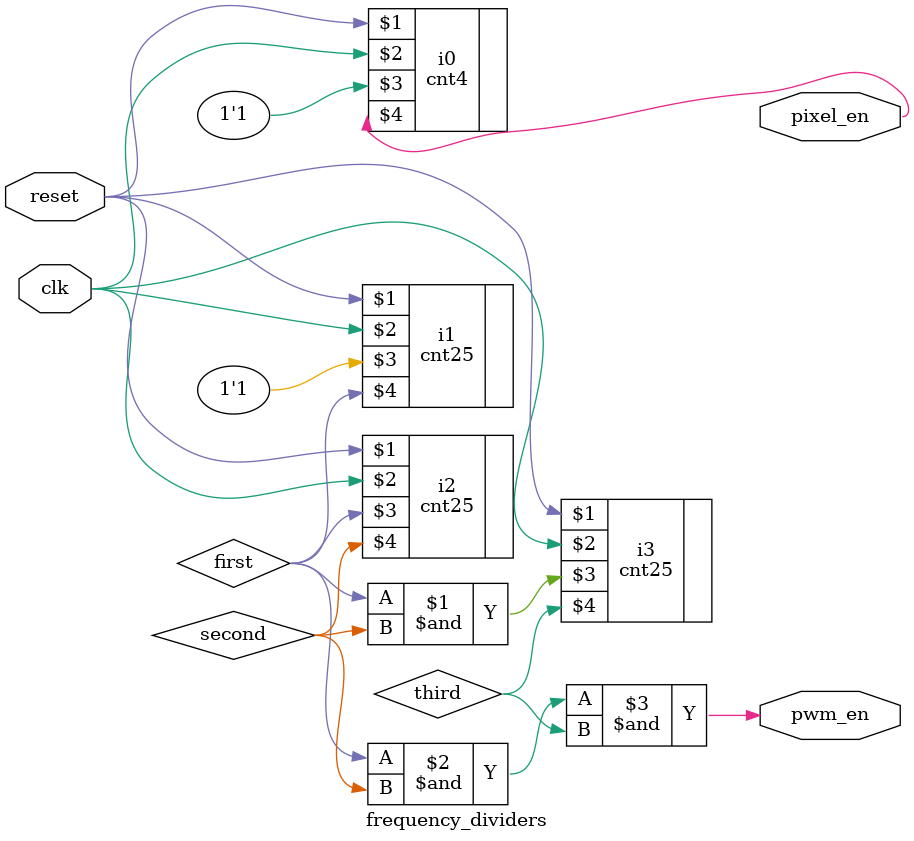
<source format=v>
module frequency_dividers (reset, clk, pixel_en, pwm_en);
     input reset, clk;
     output pixel_en, pwm_en;
     wire first, second, third;

     // Pixel clock (25MHz)
     cnt4 i0 (reset, clk, 1'b1, pixel_en);

     // PWM clock (6.4kHz)
     cnt25 i1 (reset, clk, 1'b1, first);
     cnt25 i2 (reset, clk, first, second);
     cnt25 i3 (reset, clk, first & second, third);
     assign pwm_en = first & second & third;
	  
endmodule

</source>
